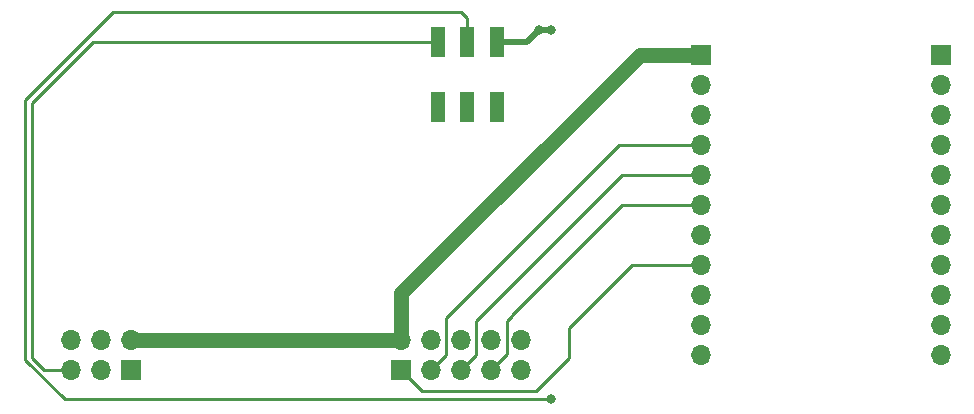
<source format=gtl>
G04 #@! TF.GenerationSoftware,KiCad,Pcbnew,6.0.2+dfsg-1*
G04 #@! TF.CreationDate,2023-09-16T20:59:25-06:00*
G04 #@! TF.ProjectId,ckt-dingdong-prog,636b742d-6469-46e6-9764-6f6e672d7072,rev?*
G04 #@! TF.SameCoordinates,Original*
G04 #@! TF.FileFunction,Copper,L1,Top*
G04 #@! TF.FilePolarity,Positive*
%FSLAX46Y46*%
G04 Gerber Fmt 4.6, Leading zero omitted, Abs format (unit mm)*
G04 Created by KiCad (PCBNEW 6.0.2+dfsg-1) date 2023-09-16 20:59:25*
%MOMM*%
%LPD*%
G01*
G04 APERTURE LIST*
G04 #@! TA.AperFunction,ComponentPad*
%ADD10R,1.700000X1.700000*%
G04 #@! TD*
G04 #@! TA.AperFunction,ComponentPad*
%ADD11O,1.700000X1.700000*%
G04 #@! TD*
G04 #@! TA.AperFunction,SMDPad,CuDef*
%ADD12R,1.200000X2.500000*%
G04 #@! TD*
G04 #@! TA.AperFunction,ViaPad*
%ADD13C,0.800000*%
G04 #@! TD*
G04 #@! TA.AperFunction,Conductor*
%ADD14C,0.254000*%
G04 #@! TD*
G04 #@! TA.AperFunction,Conductor*
%ADD15C,1.270000*%
G04 #@! TD*
G04 #@! TA.AperFunction,Conductor*
%ADD16C,0.508000*%
G04 #@! TD*
G04 APERTURE END LIST*
D10*
X88905000Y-115575000D03*
D11*
X88905000Y-113035000D03*
X91445000Y-115575000D03*
X91445000Y-113035000D03*
X93985000Y-115575000D03*
X93985000Y-113035000D03*
X96525000Y-115575000D03*
X96525000Y-113035000D03*
X99065000Y-115575000D03*
X99065000Y-113035000D03*
D10*
X134620000Y-88900000D03*
D11*
X134620000Y-91440000D03*
X134620000Y-93980000D03*
X134620000Y-96520000D03*
X134620000Y-99060000D03*
X134620000Y-101600000D03*
X134620000Y-104140000D03*
X134620000Y-106680000D03*
X134620000Y-109220000D03*
X134620000Y-111760000D03*
X134620000Y-114300000D03*
D10*
X114300000Y-88900000D03*
D11*
X114300000Y-91440000D03*
X114300000Y-93980000D03*
X114300000Y-96520000D03*
X114300000Y-99060000D03*
X114300000Y-101600000D03*
X114300000Y-104140000D03*
X114300000Y-106680000D03*
X114300000Y-109220000D03*
X114300000Y-111760000D03*
X114300000Y-114300000D03*
D12*
X91988000Y-93301000D03*
X94488000Y-93301000D03*
X96988000Y-93301000D03*
X91988000Y-87801000D03*
X94488000Y-87801000D03*
X96988000Y-87801000D03*
D10*
X66025000Y-115575000D03*
D11*
X66025000Y-113035000D03*
X63485000Y-115575000D03*
X63485000Y-113035000D03*
X60945000Y-115575000D03*
X60945000Y-113035000D03*
D13*
X101546000Y-118056000D03*
X101600000Y-86741000D03*
X100584000Y-86741000D03*
D14*
X103124000Y-114554000D02*
X100330000Y-117348000D01*
X114300000Y-106680000D02*
X108458000Y-106680000D01*
X100330000Y-117348000D02*
X90678000Y-117348000D01*
X108458000Y-106680000D02*
X103124000Y-112014000D01*
X90678000Y-117348000D02*
X88905000Y-115575000D01*
X103124000Y-112014000D02*
X103124000Y-114554000D01*
D15*
X88905000Y-109088000D02*
X88905000Y-113035000D01*
X109093000Y-88900000D02*
X88905000Y-109088000D01*
X114300000Y-88900000D02*
X109093000Y-88900000D01*
X66025000Y-113035000D02*
X88905000Y-113035000D01*
D14*
X107315000Y-96520000D02*
X92710000Y-111125000D01*
X92710000Y-111125000D02*
X92710000Y-114310000D01*
X114300000Y-96520000D02*
X107315000Y-96520000D01*
X92710000Y-114310000D02*
X91445000Y-115575000D01*
X95250000Y-114310000D02*
X93985000Y-115575000D01*
X107569000Y-99060000D02*
X95250000Y-111379000D01*
X95250000Y-111379000D02*
X95250000Y-114310000D01*
X114300000Y-99060000D02*
X107569000Y-99060000D01*
X114300000Y-101600000D02*
X107569000Y-101600000D01*
X97888000Y-114212000D02*
X96525000Y-115575000D01*
X98298000Y-110998000D02*
X97888000Y-111408000D01*
X97888000Y-111408000D02*
X97888000Y-114212000D01*
X98298000Y-110871000D02*
X98298000Y-110998000D01*
X107569000Y-101600000D02*
X98298000Y-110871000D01*
X93980000Y-85217000D02*
X94488000Y-85725000D01*
X60398000Y-118056000D02*
X57023000Y-114681000D01*
X94488000Y-85725000D02*
X94488000Y-87801000D01*
X64516000Y-85217000D02*
X93980000Y-85217000D01*
X101546000Y-118056000D02*
X60398000Y-118056000D01*
X57023000Y-92710000D02*
X64516000Y-85217000D01*
X57023000Y-114681000D02*
X57023000Y-92710000D01*
D16*
X99524000Y-87801000D02*
X100584000Y-86741000D01*
X100584000Y-86741000D02*
X101600000Y-86741000D01*
X96988000Y-87801000D02*
X99524000Y-87801000D01*
D14*
X60945000Y-115575000D02*
X58679000Y-115575000D01*
X57658000Y-92964000D02*
X62821000Y-87801000D01*
X57658000Y-114554000D02*
X57658000Y-92964000D01*
X62821000Y-87801000D02*
X91988000Y-87801000D01*
X58679000Y-115575000D02*
X57658000Y-114554000D01*
M02*

</source>
